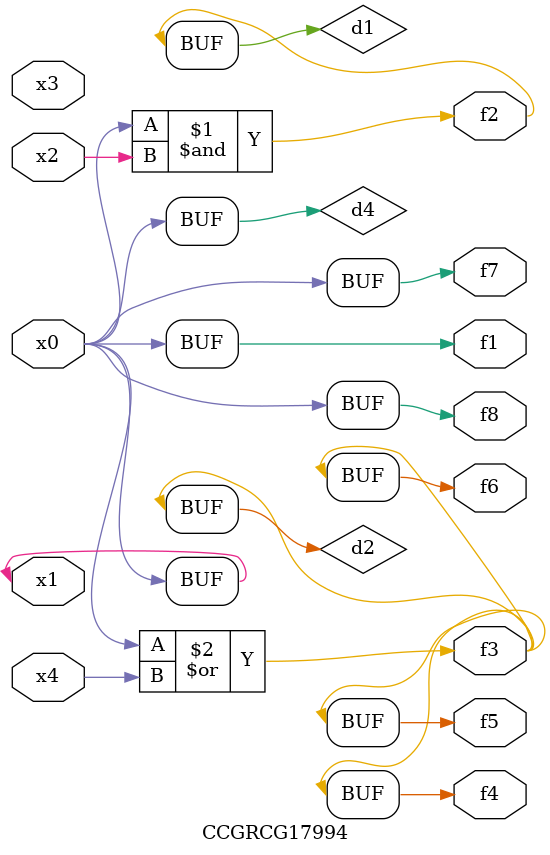
<source format=v>
module CCGRCG17994(
	input x0, x1, x2, x3, x4,
	output f1, f2, f3, f4, f5, f6, f7, f8
);

	wire d1, d2, d3, d4;

	and (d1, x0, x2);
	or (d2, x0, x4);
	nand (d3, x0, x2);
	buf (d4, x0, x1);
	assign f1 = d4;
	assign f2 = d1;
	assign f3 = d2;
	assign f4 = d2;
	assign f5 = d2;
	assign f6 = d2;
	assign f7 = d4;
	assign f8 = d4;
endmodule

</source>
